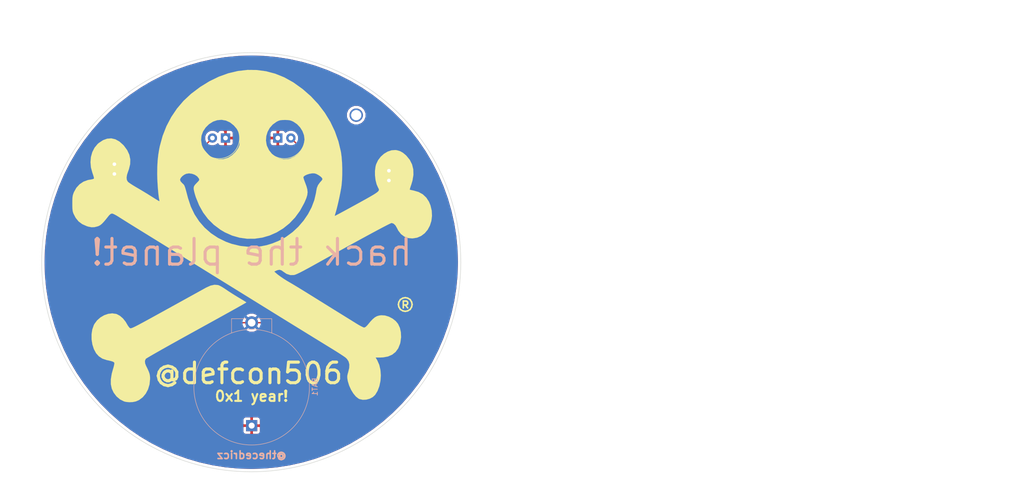
<source format=kicad_pcb>
(kicad_pcb (version 20171130) (host pcbnew "(5.0.0-3-g5ebb6b6)")

  (general
    (thickness 0.63)
    (drawings 6)
    (tracks 24)
    (zones 0)
    (modules 18)
    (nets 5)
  )

  (page A4)
  (title_block
    (title "dc506 anniversary badge")
    (date 2018-09-28)
    (rev beta)
    (company @defcon506)
    (comment 1 "design by cedric (@thecedricz)")
  )

  (layers
    (0 F.Cu signal)
    (31 B.Cu signal)
    (34 B.Paste user)
    (35 F.Paste user)
    (36 B.SilkS user)
    (37 F.SilkS user)
    (38 B.Mask user)
    (39 F.Mask user)
    (40 Dwgs.User user)
    (44 Edge.Cuts user)
    (45 Margin user)
    (46 B.CrtYd user)
    (47 F.CrtYd user)
    (48 B.Fab user)
    (49 F.Fab user)
  )

  (setup
    (last_trace_width 0.006)
    (trace_clearance 0.006)
    (zone_clearance 0.508)
    (zone_45_only no)
    (trace_min 0.006)
    (segment_width 0.2)
    (edge_width 0.1)
    (via_size 0.027)
    (via_drill 0.013)
    (via_min_size 0.02)
    (via_min_drill 0.01)
    (uvia_size 0.2)
    (uvia_drill 0.1)
    (uvias_allowed no)
    (uvia_min_size 0.2)
    (uvia_min_drill 0.1)
    (pcb_text_width 0.3)
    (pcb_text_size 1.5 1.5)
    (mod_edge_width 0.15)
    (mod_text_size 1 1)
    (mod_text_width 0.15)
    (pad_size 2.6 2.6)
    (pad_drill 1.99898)
    (pad_to_mask_clearance 0)
    (aux_axis_origin 0 0)
    (visible_elements FFFFFF7F)
    (pcbplotparams
      (layerselection 0x010fc_ffffffff)
      (usegerberextensions true)
      (usegerberattributes false)
      (usegerberadvancedattributes false)
      (creategerberjobfile false)
      (excludeedgelayer true)
      (linewidth 0.100000)
      (plotframeref false)
      (viasonmask false)
      (mode 1)
      (useauxorigin false)
      (hpglpennumber 1)
      (hpglpenspeed 20)
      (hpglpendiameter 15.000000)
      (psnegative false)
      (psa4output false)
      (plotreference true)
      (plotvalue true)
      (plotinvisibletext false)
      (padsonsilk false)
      (subtractmaskfromsilk true)
      (outputformat 1)
      (mirror false)
      (drillshape 0)
      (scaleselection 1)
      (outputdirectory "gerber/"))
  )

  (net 0 "")
  (net 1 GND)
  (net 2 "Net-(BAT1-Pad1)")
  (net 3 "Net-(D1-Pad2)")
  (net 4 "Net-(D2-Pad2)")

  (net_class Default "This is the default net class."
    (clearance 0.006)
    (trace_width 0.006)
    (via_dia 0.027)
    (via_drill 0.013)
    (uvia_dia 0.2)
    (uvia_drill 0.1)
    (add_net GND)
    (add_net "Net-(BAT1-Pad1)")
    (add_net "Net-(D1-Pad2)")
    (add_net "Net-(D2-Pad2)")
  )

  (module dc506:dc506_logo (layer F.Cu) (tedit 0) (tstamp 5BBBB024)
    (at 142.24 99.06)
    (fp_text reference G*** (at 0 0) (layer F.SilkS) hide
      (effects (font (size 1.524 1.524) (thickness 0.3)))
    )
    (fp_text value LOGO (at 0.75 0) (layer F.SilkS) hide
      (effects (font (size 1.524 1.524) (thickness 0.3)))
    )
  )

  (module dc506:dc506_logo (layer F.Cu) (tedit 0) (tstamp 5BBBB07F)
    (at 154.94 106.68)
    (fp_text reference G*** (at 0 0) (layer F.SilkS) hide
      (effects (font (size 1.524 1.524) (thickness 0.3)))
    )
    (fp_text value LOGO (at 0.75 0) (layer F.SilkS) hide
      (effects (font (size 1.524 1.524) (thickness 0.3)))
    )
  )

  (module digikey-footprints:Battery_Holder_Coin_2032_BS-7 (layer B.Cu) (tedit 5BAEBE4E) (tstamp 5BBB3FAF)
    (at 147.32 133.35 90)
    (descr http://www.memoryprotectiondevices.com/datasheets/BS-7-datasheet.pdf)
    (path /5B9AF1D3)
    (fp_text reference BAT1 (at 7.52856 12.3063 90) (layer B.SilkS)
      (effects (font (size 1 1) (thickness 0.15)) (justify mirror))
    )
    (fp_text value BS-7 (at 7.4676 -13.56 90) (layer B.Fab)
      (effects (font (size 1 1) (thickness 0.15)) (justify mirror))
    )
    (fp_line (start -3.9624 -11.43) (end 21.5138 -11.43) (layer B.CrtYd) (width 0.05))
    (fp_line (start -3.9624 11.43) (end 21.5138 11.43) (layer B.CrtYd) (width 0.05))
    (fp_line (start 21.5138 11.43) (end 21.5138 -11.43) (layer B.CrtYd) (width 0.05))
    (fp_line (start -3.9624 11.43) (end -3.9624 -11.43) (layer B.CrtYd) (width 0.05))
    (fp_line (start 20.7772 -3.9116) (end 20.7772 -1.0668) (layer B.SilkS) (width 0.1))
    (fp_line (start 20.7772 3.9116) (end 20.7772 1.0668) (layer B.SilkS) (width 0.1))
    (fp_line (start 18.034 -3.9116) (end 20.7772 -3.9116) (layer B.SilkS) (width 0.1))
    (fp_line (start 18.034 3.9116) (end 20.7772 3.9116) (layer B.SilkS) (width 0.1))
    (fp_line (start 20.6756 3.81) (end 20.6756 -3.81) (layer B.Fab) (width 0.1))
    (fp_line (start 17.9832 -3.81) (end 20.6756 -3.81) (layer B.Fab) (width 0.1))
    (fp_line (start 17.9832 3.81) (end 20.6756 3.81) (layer B.Fab) (width 0.1))
    (fp_text user %R (at 7.4676 0 90) (layer B.Fab)
      (effects (font (size 1 1) (thickness 0.15)) (justify mirror))
    )
    (fp_circle (center 7.4676 0) (end -3.7592 0) (layer B.SilkS) (width 0.1))
    (fp_circle (center 7.4676 0) (end -3.7084 0) (layer B.Fab) (width 0.1))
    (pad 2 thru_hole rect (at 0 0 90) (size 2.17 2.17) (drill 1.17) (layers *.Cu *.Mask)
      (net 1 GND))
    (pad 1 thru_hole circle (at 20 0 90) (size 2.5 2.5) (drill 1.5) (layers *.Cu *.Mask)
      (net 2 "Net-(BAT1-Pad1)"))
  )

  (module LED_THT:LED_D8.0mm (layer F.Cu) (tedit 587A3A7B) (tstamp 5BBB3FC0)
    (at 152.4 77.47)
    (descr "LED, diameter 8.0mm, 2 pins, http://cdn-reichelt.de/documents/datenblatt/A500/LED8MMGE_LED8MMGN_LED8MMRT%23KIN.pdf")
    (tags "LED diameter 8.0mm 2 pins")
    (path /5B9ADF14)
    (fp_text reference D1 (at 1.27 -5.56) (layer F.SilkS)
      (effects (font (size 1 1) (thickness 0.15)))
    )
    (fp_text value LED (at 1.27 5.56) (layer F.Fab)
      (effects (font (size 1 1) (thickness 0.15)))
    )
    (fp_arc (start 1.27 0) (end -2.73 -2.061553) (angle 305.5) (layer F.Fab) (width 0.1))
    (fp_arc (start 1.27 0) (end -2.79 -2.141145) (angle 152.2) (layer F.SilkS) (width 0.12))
    (fp_arc (start 1.27 0) (end -2.79 2.141145) (angle -152.2) (layer F.SilkS) (width 0.12))
    (fp_circle (center 1.27 0) (end 5.27 0) (layer F.Fab) (width 0.1))
    (fp_circle (center 1.27 0) (end 5.27 0) (layer F.SilkS) (width 0.12))
    (fp_line (start -2.73 -2.061553) (end -2.73 2.061553) (layer F.Fab) (width 0.1))
    (fp_line (start -2.79 -2.142) (end -2.79 2.142) (layer F.SilkS) (width 0.12))
    (fp_line (start -3.55 -4.85) (end -3.55 4.85) (layer F.CrtYd) (width 0.05))
    (fp_line (start -3.55 4.85) (end 6.1 4.85) (layer F.CrtYd) (width 0.05))
    (fp_line (start 6.1 4.85) (end 6.1 -4.85) (layer F.CrtYd) (width 0.05))
    (fp_line (start 6.1 -4.85) (end -3.55 -4.85) (layer F.CrtYd) (width 0.05))
    (pad 1 thru_hole rect (at 0 0) (size 1.8 1.8) (drill 0.9) (layers *.Cu *.Mask)
      (net 1 GND))
    (pad 2 thru_hole circle (at 2.54 0) (size 1.8 1.8) (drill 0.9) (layers *.Cu *.Mask)
      (net 3 "Net-(D1-Pad2)"))
    (model ${KISYS3DMOD}/LED_THT.3dshapes/LED_D8.0mm.wrl
      (at (xyz 0 0 0))
      (scale (xyz 1 1 1))
      (rotate (xyz 0 0 0))
    )
  )

  (module LED_THT:LED_D8.0mm (layer F.Cu) (tedit 587A3A7B) (tstamp 5BBB3FD1)
    (at 142.24 77.47 180)
    (descr "LED, diameter 8.0mm, 2 pins, http://cdn-reichelt.de/documents/datenblatt/A500/LED8MMGE_LED8MMGN_LED8MMRT%23KIN.pdf")
    (tags "LED diameter 8.0mm 2 pins")
    (path /5B9ADF6E)
    (fp_text reference D2 (at 1.27 -5.56 180) (layer F.SilkS)
      (effects (font (size 1 1) (thickness 0.15)))
    )
    (fp_text value LED (at 1.27 5.56 180) (layer F.Fab)
      (effects (font (size 1 1) (thickness 0.15)))
    )
    (fp_line (start 6.1 -4.85) (end -3.55 -4.85) (layer F.CrtYd) (width 0.05))
    (fp_line (start 6.1 4.85) (end 6.1 -4.85) (layer F.CrtYd) (width 0.05))
    (fp_line (start -3.55 4.85) (end 6.1 4.85) (layer F.CrtYd) (width 0.05))
    (fp_line (start -3.55 -4.85) (end -3.55 4.85) (layer F.CrtYd) (width 0.05))
    (fp_line (start -2.79 -2.142) (end -2.79 2.142) (layer F.SilkS) (width 0.12))
    (fp_line (start -2.73 -2.061553) (end -2.73 2.061553) (layer F.Fab) (width 0.1))
    (fp_circle (center 1.27 0) (end 5.27 0) (layer F.SilkS) (width 0.12))
    (fp_circle (center 1.27 0) (end 5.27 0) (layer F.Fab) (width 0.1))
    (fp_arc (start 1.27 0) (end -2.79 2.141145) (angle -152.2) (layer F.SilkS) (width 0.12))
    (fp_arc (start 1.27 0) (end -2.79 -2.141145) (angle 152.2) (layer F.SilkS) (width 0.12))
    (fp_arc (start 1.27 0) (end -2.73 -2.061553) (angle 305.5) (layer F.Fab) (width 0.1))
    (pad 2 thru_hole circle (at 2.54 0 180) (size 1.8 1.8) (drill 0.9) (layers *.Cu *.Mask)
      (net 4 "Net-(D2-Pad2)"))
    (pad 1 thru_hole rect (at 0 0 180) (size 1.8 1.8) (drill 0.9) (layers *.Cu *.Mask)
      (net 1 GND))
    (model ${KISYS3DMOD}/LED_THT.3dshapes/LED_D8.0mm.wrl
      (at (xyz 0 0 0))
      (scale (xyz 1 1 1))
      (rotate (xyz 0 0 0))
    )
  )

  (module Resistor_THT:R_Axial_DIN0204_L3.6mm_D1.6mm_P1.90mm_Vertical (layer F.Cu) (tedit 5AE5139B) (tstamp 5BBB3FDF)
    (at 120.65 82.55 270)
    (descr "Resistor, Axial_DIN0204 series, Axial, Vertical, pin pitch=1.9mm, 0.167W, length*diameter=3.6*1.6mm^2, http://cdn-reichelt.de/documents/datenblatt/B400/1_4W%23YAG.pdf")
    (tags "Resistor Axial_DIN0204 series Axial Vertical pin pitch 1.9mm 0.167W length 3.6mm diameter 1.6mm")
    (path /5B9ADE75)
    (fp_text reference R1 (at 0.95 -1.92 270) (layer F.SilkS)
      (effects (font (size 1 1) (thickness 0.15)))
    )
    (fp_text value 1KΩ (at 0.95 1.92 270) (layer F.Fab)
      (effects (font (size 1 1) (thickness 0.15)))
    )
    (fp_text user %R (at 0.95 -1.92 270) (layer F.Fab)
      (effects (font (size 1 1) (thickness 0.15)))
    )
    (fp_line (start 2.86 -1.05) (end -1.05 -1.05) (layer F.CrtYd) (width 0.05))
    (fp_line (start 2.86 1.05) (end 2.86 -1.05) (layer F.CrtYd) (width 0.05))
    (fp_line (start -1.05 1.05) (end 2.86 1.05) (layer F.CrtYd) (width 0.05))
    (fp_line (start -1.05 -1.05) (end -1.05 1.05) (layer F.CrtYd) (width 0.05))
    (fp_line (start 0 0) (end 1.9 0) (layer F.Fab) (width 0.1))
    (fp_circle (center 0 0) (end 0.8 0) (layer F.Fab) (width 0.1))
    (fp_arc (start 0 0) (end 0.417133 -0.7) (angle -233.92106) (layer F.SilkS) (width 0.12))
    (pad 2 thru_hole oval (at 1.9 0 270) (size 1.4 1.4) (drill 0.7) (layers *.Cu *.Mask)
      (net 2 "Net-(BAT1-Pad1)"))
    (pad 1 thru_hole circle (at 0 0 270) (size 1.4 1.4) (drill 0.7) (layers *.Cu *.Mask)
      (net 4 "Net-(D2-Pad2)"))
    (model ${KISYS3DMOD}/Resistor_THT.3dshapes/R_Axial_DIN0204_L3.6mm_D1.6mm_P1.90mm_Vertical.wrl
      (at (xyz 0 0 0))
      (scale (xyz 1 1 1))
      (rotate (xyz 0 0 0))
    )
  )

  (module Resistor_THT:R_Axial_DIN0204_L3.6mm_D1.6mm_P1.90mm_Vertical (layer F.Cu) (tedit 5AE5139B) (tstamp 5BBB3FED)
    (at 173.99 83.82 270)
    (descr "Resistor, Axial_DIN0204 series, Axial, Vertical, pin pitch=1.9mm, 0.167W, length*diameter=3.6*1.6mm^2, http://cdn-reichelt.de/documents/datenblatt/B400/1_4W%23YAG.pdf")
    (tags "Resistor Axial_DIN0204 series Axial Vertical pin pitch 1.9mm 0.167W length 3.6mm diameter 1.6mm")
    (path /5B9ADDE6)
    (fp_text reference R2 (at 0.95 -1.92 270) (layer F.SilkS)
      (effects (font (size 1 1) (thickness 0.15)))
    )
    (fp_text value 1KΩ (at 0.95 1.92 270) (layer F.Fab)
      (effects (font (size 1 1) (thickness 0.15)))
    )
    (fp_arc (start 0 0) (end 0.417133 -0.7) (angle -233.92106) (layer F.SilkS) (width 0.12))
    (fp_circle (center 0 0) (end 0.8 0) (layer F.Fab) (width 0.1))
    (fp_line (start 0 0) (end 1.9 0) (layer F.Fab) (width 0.1))
    (fp_line (start -1.05 -1.05) (end -1.05 1.05) (layer F.CrtYd) (width 0.05))
    (fp_line (start -1.05 1.05) (end 2.86 1.05) (layer F.CrtYd) (width 0.05))
    (fp_line (start 2.86 1.05) (end 2.86 -1.05) (layer F.CrtYd) (width 0.05))
    (fp_line (start 2.86 -1.05) (end -1.05 -1.05) (layer F.CrtYd) (width 0.05))
    (fp_text user %R (at 0.95 -1.92 270) (layer F.Fab)
      (effects (font (size 1 1) (thickness 0.15)))
    )
    (pad 1 thru_hole circle (at 0 0 270) (size 1.4 1.4) (drill 0.7) (layers *.Cu *.Mask)
      (net 3 "Net-(D1-Pad2)"))
    (pad 2 thru_hole oval (at 1.9 0 270) (size 1.4 1.4) (drill 0.7) (layers *.Cu *.Mask)
      (net 2 "Net-(BAT1-Pad1)"))
    (model ${KISYS3DMOD}/Resistor_THT.3dshapes/R_Axial_DIN0204_L3.6mm_D1.6mm_P1.90mm_Vertical.wrl
      (at (xyz 0 0 0))
      (scale (xyz 1 1 1))
      (rotate (xyz 0 0 0))
    )
  )

  (module dc506:dclogo (layer F.Cu) (tedit 0) (tstamp 5BBBAFA3)
    (at 148.59 97.79)
    (fp_text reference G*** (at 0 0) (layer F.SilkS) hide
      (effects (font (size 1.524 1.524) (thickness 0.3)))
    )
    (fp_text value LOGO (at 0.75 0) (layer F.SilkS) hide
      (effects (font (size 1.524 1.524) (thickness 0.3)))
    )
  )

  (module dc506:dc506_logo (layer F.Cu) (tedit 0) (tstamp 5BBBB0DE)
    (at 163.83 95.25)
    (fp_text reference G*** (at 0 0) (layer F.SilkS) hide
      (effects (font (size 1.524 1.524) (thickness 0.3)))
    )
    (fp_text value LOGO (at 0.75 0) (layer F.SilkS) hide
      (effects (font (size 1.524 1.524) (thickness 0.3)))
    )
  )

  (module dc506:dc506_logo (layer F.Cu) (tedit 0) (tstamp 5BBBB0FA)
    (at 290.83 60.96)
    (fp_text reference G*** (at 0 0) (layer F.SilkS) hide
      (effects (font (size 1.524 1.524) (thickness 0.3)))
    )
    (fp_text value LOGO (at 0.75 0) (layer F.SilkS) hide
      (effects (font (size 1.524 1.524) (thickness 0.3)))
    )
  )

  (module dc506:dc506_logo (layer F.Cu) (tedit 0) (tstamp 5BC81AF8)
    (at 142.24 100.33)
    (fp_text reference G*** (at 0 0) (layer F.SilkS) hide
      (effects (font (size 1.524 1.524) (thickness 0.3)))
    )
    (fp_text value LOGO (at 0.75 0) (layer F.SilkS) hide
      (effects (font (size 1.524 1.524) (thickness 0.3)))
    )
  )

  (module dc506:dc506_logo (layer F.Cu) (tedit 0) (tstamp 5BC81B14)
    (at 293.37 59.69)
    (fp_text reference G*** (at 0 0) (layer F.SilkS) hide
      (effects (font (size 1.524 1.524) (thickness 0.3)))
    )
    (fp_text value LOGO (at 0.75 0) (layer F.SilkS) hide
      (effects (font (size 1.524 1.524) (thickness 0.3)))
    )
  )

  (module dc506:dc506_logo (layer F.Cu) (tedit 0) (tstamp 5BC81B30)
    (at 219.71 60.96)
    (fp_text reference G*** (at 0 0) (layer F.SilkS) hide
      (effects (font (size 1.524 1.524) (thickness 0.3)))
    )
    (fp_text value LOGO (at 0.75 0) (layer F.SilkS) hide
      (effects (font (size 1.524 1.524) (thickness 0.3)))
    )
  )

  (module dc506:dc506_logo (layer F.Cu) (tedit 0) (tstamp 5BE0390B)
    (at 154.94 96.52)
    (fp_text reference G*** (at 0 0) (layer F.SilkS) hide
      (effects (font (size 1.524 1.524) (thickness 0.3)))
    )
    (fp_text value LOGO (at 0.75 0) (layer F.SilkS) hide
      (effects (font (size 1.524 1.524) (thickness 0.3)))
    )
  )

  (module dc506:dc506_logo (layer F.Cu) (tedit 0) (tstamp 5BE03927)
    (at 205.74 52.07)
    (fp_text reference G*** (at 0 0) (layer F.SilkS) hide
      (effects (font (size 1.524 1.524) (thickness 0.3)))
    )
    (fp_text value LOGO (at 0.75 0) (layer F.SilkS) hide
      (effects (font (size 1.524 1.524) (thickness 0.3)))
    )
  )

  (module dc506:dc506_logo (layer F.Cu) (tedit 0) (tstamp 5BE03949)
    (at 148.59 102.87)
    (fp_text reference G*** (at 0 0) (layer F.SilkS) hide
      (effects (font (size 1.524 1.524) (thickness 0.3)))
    )
    (fp_text value LOGO (at 0.75 0) (layer F.SilkS) hide
      (effects (font (size 1.524 1.524) (thickness 0.3)))
    )
  )

  (module dc506:dc506_logo (layer F.Cu) (tedit 0) (tstamp 5BE03A01)
    (at 147.32 96.52)
    (fp_text reference G*** (at 0 0) (layer F.SilkS) hide
      (effects (font (size 1.524 1.524) (thickness 0.3)))
    )
    (fp_text value LOGO (at 0.75 0) (layer F.SilkS) hide
      (effects (font (size 1.524 1.524) (thickness 0.3)))
    )
    (fp_poly (pts (xy 1.001514 -32.264076) (xy 2.81291 -32.019609) (xy 4.592602 -31.545946) (xy 6.331008 -30.84204)
      (xy 8.018546 -29.906847) (xy 8.155406 -29.8192) (xy 9.916824 -28.555004) (xy 11.517956 -27.150248)
      (xy 12.951269 -25.616009) (xy 14.20923 -23.96336) (xy 15.284305 -22.203376) (xy 16.168963 -20.347133)
      (xy 16.85567 -18.405705) (xy 17.336893 -16.390167) (xy 17.353999 -16.295644) (xy 17.478237 -15.379937)
      (xy 17.561452 -14.299293) (xy 17.60244 -13.126718) (xy 17.599996 -11.935215) (xy 17.552915 -10.79779)
      (xy 17.461212 -9.797143) (xy 17.37468 -9.228899) (xy 17.241407 -8.502033) (xy 17.075008 -7.678615)
      (xy 16.889103 -6.820715) (xy 16.697309 -5.990402) (xy 16.513243 -5.249744) (xy 16.350524 -4.660812)
      (xy 16.296103 -4.486609) (xy 16.1996 -4.165578) (xy 16.153351 -3.955874) (xy 16.155047 -3.916536)
      (xy 16.257586 -3.961187) (xy 16.536879 -4.103979) (xy 16.972547 -4.333961) (xy 17.544209 -4.640183)
      (xy 18.231484 -5.011695) (xy 19.013993 -5.437544) (xy 19.871356 -5.90678) (xy 20.410805 -6.20326)
      (xy 21.477004 -6.790927) (xy 22.360991 -7.281962) (xy 23.07809 -7.687949) (xy 23.643625 -8.020475)
      (xy 24.072919 -8.291122) (xy 24.381298 -8.511477) (xy 24.584086 -8.693124) (xy 24.696605 -8.847647)
      (xy 24.734182 -8.986631) (xy 24.712139 -9.121661) (xy 24.645802 -9.264321) (xy 24.589022 -9.361895)
      (xy 24.285254 -10.043568) (xy 24.075493 -10.874521) (xy 23.966118 -11.781981) (xy 23.963511 -12.693176)
      (xy 24.074051 -13.535333) (xy 24.187001 -13.947459) (xy 24.557324 -14.73225) (xy 25.08015 -15.422391)
      (xy 25.717205 -15.991984) (xy 26.430215 -16.41513) (xy 27.180905 -16.66593) (xy 27.931002 -16.718484)
      (xy 28.222502 -16.678154) (xy 28.837726 -16.494909) (xy 29.388089 -16.19155) (xy 29.947551 -15.724948)
      (xy 30.080681 -15.594622) (xy 30.726297 -14.800335) (xy 31.167388 -13.917885) (xy 31.402974 -12.953019)
      (xy 31.432078 -11.911484) (xy 31.253721 -10.799027) (xy 31.026302 -10.041267) (xy 30.875127 -9.596398)
      (xy 30.76663 -9.246762) (xy 30.716904 -9.045689) (xy 30.717562 -9.01822) (xy 30.837956 -8.980267)
      (xy 31.114411 -8.917374) (xy 31.455454 -8.849274) (xy 32.434059 -8.563876) (xy 33.258784 -8.105439)
      (xy 33.932087 -7.471802) (xy 34.456424 -6.660806) (xy 34.746453 -5.955797) (xy 34.987689 -4.933907)
      (xy 35.041133 -3.920859) (xy 34.919104 -2.946151) (xy 34.63392 -2.039284) (xy 34.197901 -1.229755)
      (xy 33.623366 -0.547064) (xy 32.922632 -0.02071) (xy 32.128032 0.314259) (xy 31.238851 0.457973)
      (xy 30.41075 0.383048) (xy 29.663656 0.098981) (xy 29.017493 -0.384732) (xy 28.492184 -1.058594)
      (xy 28.250243 -1.533958) (xy 27.952321 -2.058928) (xy 27.598787 -2.403826) (xy 27.220823 -2.539113)
      (xy 27.188252 -2.54) (xy 27.035494 -2.485478) (xy 26.695693 -2.325277) (xy 26.178178 -2.064445)
      (xy 25.492278 -1.708033) (xy 24.647322 -1.261088) (xy 23.65264 -0.728661) (xy 22.517561 -0.115799)
      (xy 21.251415 0.572448) (xy 19.86353 1.331031) (xy 18.363236 2.154901) (xy 16.759863 3.03901)
      (xy 15.062739 3.978308) (xy 13.281195 4.967746) (xy 12.092608 5.629652) (xy 11.031551 6.215702)
      (xy 10.152334 6.689077) (xy 9.444055 7.055242) (xy 8.895816 7.319663) (xy 8.496717 7.487804)
      (xy 8.235857 7.565129) (xy 8.230167 7.566085) (xy 7.484336 7.569933) (xy 6.772417 7.336954)
      (xy 6.193833 6.947236) (xy 5.785782 6.654167) (xy 5.424942 6.547069) (xy 5.0331 6.612797)
      (xy 4.790229 6.711324) (xy 4.397118 6.891219) (xy 4.71095 7.179114) (xy 5.109008 7.508421)
      (xy 5.64441 7.901627) (xy 6.255843 8.316905) (xy 6.881996 8.712426) (xy 7.394298 9.009717)
      (xy 7.695044 9.182215) (xy 8.156579 9.45621) (xy 8.748044 9.812946) (xy 9.438582 10.233667)
      (xy 10.197335 10.699617) (xy 10.993445 11.192042) (xy 11.36995 11.426174) (xy 12.266145 11.984095)
      (xy 13.221959 12.578474) (xy 14.188256 13.178798) (xy 15.115897 13.754556) (xy 15.955743 14.275236)
      (xy 16.658657 14.710326) (xy 16.730869 14.754964) (xy 17.467509 15.210639) (xy 18.235072 15.686139)
      (xy 18.98014 16.148325) (xy 19.649297 16.564056) (xy 20.189124 16.900191) (xy 20.268966 16.950016)
      (xy 20.774938 17.25445) (xy 21.232482 17.508706) (xy 21.598171 17.690134) (xy 21.828577 17.776084)
      (xy 21.860296 17.78) (xy 22.130259 17.671183) (xy 22.457455 17.357738) (xy 22.518721 17.283239)
      (xy 23.066792 16.621946) (xy 23.527817 16.133904) (xy 23.939157 15.792483) (xy 24.338172 15.571052)
      (xy 24.762224 15.442981) (xy 25.17913 15.386898) (xy 25.906668 15.431689) (xy 26.661814 15.658583)
      (xy 27.382678 16.035833) (xy 28.007371 16.531692) (xy 28.440459 17.059821) (xy 28.79841 17.826561)
      (xy 28.997722 18.715645) (xy 29.033262 19.675492) (xy 28.899897 20.654518) (xy 28.82675 20.942259)
      (xy 28.477874 21.808982) (xy 27.971439 22.50784) (xy 27.31113 23.036285) (xy 26.500636 23.391765)
      (xy 25.543645 23.57173) (xy 24.990697 23.595105) (xy 24.084438 23.593988) (xy 24.415356 24.164375)
      (xy 24.795837 25.0309) (xy 25.022729 26.015669) (xy 25.099258 27.066575) (xy 25.028651 28.131509)
      (xy 24.814134 29.158365) (xy 24.458935 30.095034) (xy 24.001748 30.84399) (xy 23.535629 31.282261)
      (xy 22.938586 31.598741) (xy 22.272703 31.779628) (xy 21.600063 31.81112) (xy 20.982748 31.679414)
      (xy 20.747009 31.567573) (xy 20.242154 31.165333) (xy 19.752941 30.575924) (xy 19.310875 29.853456)
      (xy 18.94746 29.052042) (xy 18.6942 28.225791) (xy 18.638235 27.945606) (xy 18.579656 27.516459)
      (xy 18.58297 27.172114) (xy 18.657208 26.798644) (xy 18.75605 26.459402) (xy 18.952484 25.640601)
      (xy 18.984548 24.960074) (xy 18.847022 24.388358) (xy 18.534683 23.895988) (xy 18.252672 23.619109)
      (xy 18.043248 23.463734) (xy 17.67146 23.211792) (xy 17.168429 22.883383) (xy 16.565275 22.498609)
      (xy 15.893119 22.07757) (xy 15.295217 21.708904) (xy 14.421274 21.173295) (xy 13.387847 20.538769)
      (xy 12.227694 19.825513) (xy 10.973575 19.053713) (xy 9.658248 18.243556) (xy 8.314472 17.415231)
      (xy 6.975005 16.588924) (xy 5.672605 15.784823) (xy 4.440033 15.023114) (xy 3.310045 14.323985)
      (xy 3.036956 14.154868) (xy 2.242261 13.66275) (xy 1.332682 13.099693) (xy 0.385694 12.513643)
      (xy -0.521232 11.952545) (xy -1.214783 11.523603) (xy -3.018437 10.408257) (xy -4.695371 9.371101)
      (xy -6.287084 8.386451) (xy -7.835073 7.428627) (xy -9.380838 6.471944) (xy -10.965875 5.490721)
      (xy -12.631683 4.459275) (xy -14.419761 3.351925) (xy -15.736957 2.536092) (xy -16.630418 1.983002)
      (xy -17.654374 1.349659) (xy -18.746805 0.674388) (xy -19.845693 -0.004482) (xy -20.889019 -0.648626)
      (xy -21.700435 -1.149222) (xy -22.511204 -1.650295) (xy -23.310524 -2.146318) (xy -24.064439 -2.616072)
      (xy -24.738993 -3.038335) (xy -25.30023 -3.391885) (xy -25.714195 -3.655504) (xy -25.814463 -3.720293)
      (xy -26.265441 -3.995977) (xy -26.676125 -4.215776) (xy -26.992766 -4.352599) (xy -27.132374 -4.384524)
      (xy -27.395491 -4.304396) (xy -27.68628 -4.043864) (xy -27.82226 -3.878933) (xy -28.337099 -3.23004)
      (xy -28.748146 -2.745183) (xy -29.085383 -2.39591) (xy -29.378788 -2.153768) (xy -29.658343 -1.990302)
      (xy -29.920262 -1.887782) (xy -30.534713 -1.734498) (xy -31.094636 -1.712425) (xy -31.69445 -1.823543)
      (xy -32.046748 -1.932344) (xy -32.922524 -2.321628) (xy -33.629581 -2.850049) (xy -34.193381 -3.54147)
      (xy -34.60072 -4.326064) (xy -34.707667 -4.613737) (xy -34.777892 -4.911405) (xy -34.818491 -5.279206)
      (xy -34.836558 -5.77728) (xy -34.839496 -6.35) (xy -34.834193 -6.986667) (xy -34.814762 -7.446721)
      (xy -34.771784 -7.795396) (xy -34.69584 -8.097929) (xy -34.577511 -8.419557) (xy -34.520844 -8.557076)
      (xy -34.058099 -9.383029) (xy -33.435351 -10.060723) (xy -32.680706 -10.568673) (xy -31.822271 -10.885395)
      (xy -31.371701 -10.964335) (xy -31.004356 -11.02649) (xy -30.735398 -11.109651) (xy -30.631354 -11.18529)
      (xy -30.648202 -11.35571) (xy -30.736207 -11.686952) (xy -30.878312 -12.118067) (xy -30.939337 -12.285736)
      (xy -31.222235 -13.318298) (xy -31.315562 -14.356041) (xy -31.226616 -15.364909) (xy -30.962693 -16.310845)
      (xy -30.53109 -17.159793) (xy -29.939103 -17.877695) (xy -29.695426 -18.091652) (xy -28.876998 -18.629383)
      (xy -28.063343 -18.925766) (xy -27.259416 -18.981359) (xy -26.47017 -18.796719) (xy -25.700559 -18.372404)
      (xy -24.955536 -17.708971) (xy -24.804489 -17.541413) (xy -24.178152 -16.685934) (xy -23.771027 -15.806436)
      (xy -23.582077 -14.897019) (xy -23.610264 -13.951779) (xy -23.854551 -12.964814) (xy -23.953591 -12.7)
      (xy -24.20523 -11.95981) (xy -24.303988 -11.370226) (xy -24.251014 -10.908478) (xy -24.06125 -10.567557)
      (xy -23.875915 -10.408698) (xy -23.536042 -10.169633) (xy -23.084505 -9.878652) (xy -22.564177 -9.564041)
      (xy -22.367488 -9.449993) (xy -21.693738 -9.05665) (xy -20.924637 -8.596184) (xy -20.154414 -8.125594)
      (xy -19.477296 -7.701881) (xy -19.470214 -7.697373) (xy -18.961848 -7.376569) (xy -18.521592 -7.104134)
      (xy -18.184276 -6.901201) (xy -17.984729 -6.788901) (xy -17.947188 -6.773334) (xy -17.913619 -6.867851)
      (xy -17.933809 -6.985) (xy -18.013195 -7.380587) (xy -18.092718 -7.966801) (xy -18.168263 -8.692407)
      (xy -18.235712 -9.506172) (xy -18.290948 -10.356863) (xy -18.318045 -10.939361) (xy -13.914783 -10.939361)
      (xy -13.809871 -10.640401) (xy -13.501468 -10.291823) (xy -13.469822 -10.263574) (xy -13.32344 -10.134706)
      (xy -13.207971 -10.018442) (xy -13.110906 -9.881942) (xy -13.019734 -9.69237) (xy -12.921945 -9.416888)
      (xy -12.805028 -9.022658) (xy -12.656472 -8.476843) (xy -12.463768 -7.746605) (xy -12.358992 -7.347858)
      (xy -11.82008 -5.721209) (xy -11.095699 -4.218844) (xy -10.194648 -2.849949) (xy -9.125726 -1.623713)
      (xy -7.897733 -0.549324) (xy -6.519468 0.36403) (xy -4.999731 1.107161) (xy -3.868979 1.517209)
      (xy -2.228197 1.912755) (xy -0.520033 2.092462) (xy 1.217566 2.053115) (xy 1.766956 1.994583)
      (xy 2.870893 1.779411) (xy 4.050971 1.417231) (xy 5.231328 0.936542) (xy 6.336104 0.365844)
      (xy 6.711434 0.136999) (xy 7.95292 -0.770448) (xy 9.085867 -1.824734) (xy 10.092338 -2.998806)
      (xy 10.954397 -4.265613) (xy 11.654108 -5.598103) (xy 12.173535 -6.969224) (xy 12.494742 -8.351923)
      (xy 12.53618 -8.648096) (xy 12.668757 -9.347186) (xy 12.896348 -9.903416) (xy 13.259395 -10.408333)
      (xy 13.366078 -10.526582) (xy 13.619946 -10.811318) (xy 13.735495 -10.995771) (xy 13.737728 -11.142511)
      (xy 13.669006 -11.284668) (xy 13.488313 -11.484121) (xy 13.182393 -11.72315) (xy 12.913653 -11.893228)
      (xy 12.519471 -12.094383) (xy 12.193254 -12.184034) (xy 11.821569 -12.188688) (xy 11.693562 -12.178339)
      (xy 11.225551 -12.098334) (xy 10.776268 -11.958749) (xy 10.396644 -11.782867) (xy 10.137607 -11.593967)
      (xy 10.049565 -11.426837) (xy 10.092132 -11.223021) (xy 10.204172 -10.872669) (xy 10.362193 -10.448679)
      (xy 10.375747 -10.414687) (xy 10.651061 -9.676297) (xy 10.816313 -9.064443) (xy 10.868777 -8.517884)
      (xy 10.805724 -7.975377) (xy 10.624428 -7.375683) (xy 10.32216 -6.657559) (xy 10.196316 -6.3861)
      (xy 9.386777 -4.914627) (xy 8.428893 -3.605621) (xy 7.341206 -2.464943) (xy 6.142254 -1.498453)
      (xy 4.85058 -0.712013) (xy 3.484722 -0.111484) (xy 2.063222 0.297274) (xy 0.604618 0.508399)
      (xy -0.872547 0.516031) (xy -2.349734 0.314308) (xy -3.808403 -0.10263) (xy -5.230014 -0.740644)
      (xy -6.073913 -1.242753) (xy -7.361787 -2.209782) (xy -8.47302 -3.312654) (xy -9.418493 -4.565715)
      (xy -10.209089 -5.983311) (xy -10.834949 -7.51952) (xy -11.015253 -8.084611) (xy -11.157982 -8.616631)
      (xy -11.245454 -9.044694) (xy -11.264348 -9.240888) (xy -11.245157 -9.517923) (xy -11.162923 -9.746704)
      (xy -10.980655 -9.99544) (xy -10.68588 -10.307567) (xy -10.387823 -10.615418) (xy -10.228047 -10.815749)
      (xy -10.181596 -10.963996) (xy -10.223517 -11.115594) (xy -10.275052 -11.220198) (xy -10.587162 -11.607446)
      (xy -11.050168 -11.912588) (xy -11.600799 -12.11265) (xy -12.175783 -12.184659) (xy -12.711846 -12.105641)
      (xy -12.712823 -12.105321) (xy -13.114861 -11.912345) (xy -13.483634 -11.63107) (xy -13.765664 -11.313371)
      (xy -13.907473 -11.011124) (xy -13.914783 -10.939361) (xy -18.318045 -10.939361) (xy -18.329856 -11.193245)
      (xy -18.348319 -11.964086) (xy -18.349265 -12.155715) (xy -18.329397 -13.493192) (xy -18.264811 -14.667575)
      (xy -18.148257 -15.754169) (xy -17.972483 -16.828279) (xy -17.834307 -17.503917) (xy -17.518289 -18.654894)
      (xy -9.826941 -18.654894) (xy -9.693158 -17.758805) (xy -9.644546 -17.58988) (xy -9.46054 -17.156296)
      (xy -9.155934 -16.695315) (xy -8.728115 -16.189254) (xy -8.325102 -15.767792) (xy -7.992681 -15.483352)
      (xy -7.66193 -15.285422) (xy -7.283352 -15.130389) (xy -6.386131 -14.927991) (xy -5.493771 -14.953066)
      (xy -4.642918 -15.203749) (xy -4.498091 -15.272142) (xy -3.801272 -15.723375) (xy -3.174426 -16.321208)
      (xy -2.682289 -17.000197) (xy -2.560508 -17.230859) (xy -2.396221 -17.626314) (xy -2.306791 -18.008922)
      (xy -2.272341 -18.482278) (xy -2.271294 -18.579328) (xy 2.778251 -18.579328) (xy 2.910538 -17.723968)
      (xy 2.971652 -17.528498) (xy 3.375019 -16.682286) (xy 3.934283 -15.980325) (xy 4.61729 -15.439992)
      (xy 5.391883 -15.078662) (xy 6.225908 -14.913712) (xy 7.08721 -14.962517) (xy 7.517129 -15.072212)
      (xy 8.329489 -15.445902) (xy 9.030971 -15.986179) (xy 9.597778 -16.660757) (xy 10.006113 -17.437348)
      (xy 10.23218 -18.283666) (xy 10.270434 -18.807785) (xy 10.165581 -19.609377) (xy 9.86996 -20.395897)
      (xy 9.411976 -21.122362) (xy 8.820035 -21.743788) (xy 8.122543 -22.215191) (xy 8.116956 -22.218061)
      (xy 7.749807 -22.389874) (xy 7.421088 -22.492474) (xy 7.048595 -22.54271) (xy 6.550124 -22.557432)
      (xy 6.460434 -22.557619) (xy 5.949758 -22.548343) (xy 5.581069 -22.509128) (xy 5.275799 -22.4229)
      (xy 4.955379 -22.272582) (xy 4.826686 -22.202543) (xy 4.102412 -21.682788) (xy 3.521413 -21.025266)
      (xy 3.097707 -20.2653) (xy 2.845313 -19.438213) (xy 2.778251 -18.579328) (xy -2.271294 -18.579328)
      (xy -2.269478 -18.747619) (xy -2.332285 -19.531846) (xy -2.536549 -20.214868) (xy -2.906037 -20.850923)
      (xy -3.464518 -21.494247) (xy -3.479822 -21.509606) (xy -4.206213 -22.085134) (xy -4.998872 -22.444278)
      (xy -5.829265 -22.589148) (xy -6.668859 -22.521848) (xy -7.489123 -22.244486) (xy -8.261521 -21.75917)
      (xy -8.924853 -21.107568) (xy -9.441729 -20.334454) (xy -9.742779 -19.51517) (xy -9.826941 -18.654894)
      (xy -17.518289 -18.654894) (xy -17.292175 -19.478424) (xy -16.550389 -21.360027) (xy -15.618883 -23.132134)
      (xy -14.507595 -24.778152) (xy -13.226461 -26.281486) (xy -11.785418 -27.625544) (xy -11.76109 -27.645685)
      (xy -9.996059 -28.976314) (xy -8.195659 -30.085065) (xy -6.369472 -30.970895) (xy -4.527079 -31.632756)
      (xy -2.678062 -32.069604) (xy -0.832004 -32.280393) (xy 1.001514 -32.264076)) (layer F.SilkS) (width 0.01))
    (fp_poly (pts (xy -6.544031 9.516185) (xy -6.455406 9.540199) (xy -6.172003 9.662202) (xy -5.768977 9.884345)
      (xy -5.30916 10.170442) (xy -5.015125 10.369669) (xy -4.540886 10.690916) (xy -3.940919 11.08012)
      (xy -3.285073 11.492828) (xy -2.643195 11.884588) (xy -2.508439 11.964947) (xy -1.993217 12.272999)
      (xy -1.556785 12.538454) (xy -1.231403 12.741324) (xy -1.049331 12.861622) (xy -1.022199 12.88578)
      (xy -1.141995 12.962843) (xy -1.427081 13.129845) (xy -1.880727 13.388608) (xy -2.506203 13.740953)
      (xy -3.306781 14.1887) (xy -4.285731 14.733671) (xy -5.446322 15.377687) (xy -6.791826 16.122569)
      (xy -8.325513 16.970137) (xy -10.050654 17.922213) (xy -11.761305 18.865327) (xy -13.052241 19.578275)
      (xy -14.288923 20.264222) (xy -15.456763 20.914903) (xy -16.541172 21.522057) (xy -17.527563 22.077417)
      (xy -18.401346 22.572722) (xy -19.147936 22.999707) (xy -19.752742 23.350109) (xy -20.201178 23.615663)
      (xy -20.478656 23.788107) (xy -20.568479 23.854351) (xy -20.735147 24.238264) (xy -20.706734 24.714711)
      (xy -20.539352 25.158095) (xy -20.220114 25.809114) (xy -19.997435 26.307522) (xy -19.854721 26.708454)
      (xy -19.775377 27.067045) (xy -19.74281 27.438433) (xy -19.739616 27.815267) (xy -19.847146 28.838538)
      (xy -20.133518 29.78398) (xy -20.579405 30.621226) (xy -21.165475 31.319907) (xy -21.872401 31.849655)
      (xy -22.480312 32.121161) (xy -23.06993 32.245152) (xy -23.743382 32.279196) (xy -24.394717 32.223071)
      (xy -24.792609 32.125981) (xy -25.570773 31.736224) (xy -26.258228 31.152814) (xy -26.814807 30.417581)
      (xy -27.176779 29.64293) (xy -27.355581 28.797097) (xy -27.357418 27.824069) (xy -27.183234 26.740003)
      (xy -26.960147 25.933319) (xy -26.814658 25.437269) (xy -26.714134 25.011767) (xy -26.671809 24.717772)
      (xy -26.678142 24.634186) (xy -26.767857 24.509921) (xy -26.963737 24.398126) (xy -27.296993 24.287559)
      (xy -27.798835 24.166979) (xy -28.213113 24.081307) (xy -29.005244 23.811144) (xy -29.699163 23.348566)
      (xy -30.218439 22.770601) (xy -30.65249 21.971497) (xy -30.946917 21.054554) (xy -31.098561 20.074293)
      (xy -31.104262 19.085236) (xy -30.960861 18.141903) (xy -30.665201 17.298814) (xy -30.548334 17.077041)
      (xy -30.035508 16.383008) (xy -29.389117 15.811304) (xy -28.652363 15.380854) (xy -27.868448 15.110585)
      (xy -27.080573 15.019425) (xy -26.331939 15.126298) (xy -26.197106 15.17077) (xy -25.584608 15.500818)
      (xy -24.995 16.013894) (xy -24.486342 16.654209) (xy -24.272555 17.020007) (xy -24.047517 17.404725)
      (xy -23.815159 17.721189) (xy -23.670259 17.864517) (xy -23.613478 17.898374) (xy -23.543843 17.916134)
      (xy -23.44719 17.910647) (xy -23.309359 17.874767) (xy -23.116186 17.801344) (xy -22.853509 17.683232)
      (xy -22.507166 17.51328) (xy -22.062995 17.284342) (xy -21.506833 16.989268) (xy -20.824517 16.620912)
      (xy -20.001887 16.172124) (xy -19.024778 15.635756) (xy -17.87903 15.00466) (xy -16.550479 14.271688)
      (xy -16.534054 14.262623) (xy -15.362436 13.615934) (xy -14.22989 12.990701) (xy -13.154878 12.397124)
      (xy -12.155864 11.845402) (xy -11.251311 11.345736) (xy -10.459683 10.908325) (xy -9.799444 10.543369)
      (xy -9.289055 10.261066) (xy -8.946981 10.071618) (xy -8.834783 10.00931) (xy -7.992857 9.626439)
      (xy -7.23223 9.462647) (xy -6.544031 9.516185)) (layer F.SilkS) (width 0.01))
  )

  (module Connector_Wire:SolderWirePad_1x01_Drill2mm (layer F.Cu) (tedit 5BAEE83B) (tstamp 5BEC484D)
    (at 167.64 73.025)
    (descr "Wire solder connection")
    (tags connector)
    (attr virtual)
    (fp_text reference REF** (at 0 -3.81) (layer F.SilkS) hide
      (effects (font (size 1 1) (thickness 0.15)))
    )
    (fp_text value SolderWirePad_1x01_Drill2mm (at 0 3.81) (layer F.Fab)
      (effects (font (size 1 1) (thickness 0.15)))
    )
    (fp_line (start 2.75 2.75) (end -2.75 2.75) (layer F.CrtYd) (width 0.05))
    (fp_line (start 2.75 2.75) (end 2.75 -2.75) (layer F.CrtYd) (width 0.05))
    (fp_line (start -2.75 -2.75) (end -2.75 2.75) (layer F.CrtYd) (width 0.05))
    (fp_line (start -2.75 -2.75) (end 2.75 -2.75) (layer F.CrtYd) (width 0.05))
    (fp_text user %R (at 0 0) (layer F.Fab)
      (effects (font (size 1 1) (thickness 0.15)))
    )
    (pad 1 thru_hole circle (at 0 0) (size 2.6 2.6) (drill 1.99898) (layers *.Cu *.Mask))
  )

  (gr_text ® (at 177.165 109.855) (layer F.SilkS)
    (effects (font (size 2 2) (thickness 0.3)))
  )
  (gr_text @thecedricz (at 147.32 139.065) (layer B.SilkS)
    (effects (font (size 1.5 1.5) (thickness 0.3)) (justify mirror))
  )
  (gr_text "hack the planet!" (at 147.32 99.695) (layer B.SilkS)
    (effects (font (size 5 5) (thickness 0.6)) (justify mirror))
  )
  (gr_text "0x1 year!" (at 147.32 127.635) (layer F.SilkS)
    (effects (font (size 2 2) (thickness 0.4)))
  )
  (gr_text @defcon506 (at 146.685 123.19) (layer F.SilkS)
    (effects (font (size 4 4) (thickness 0.6)))
  )
  (gr_circle (center 147.240703 101.6) (end 149.780703 60.96) (layer Edge.Cuts) (width 0.1))

  (segment (start 142.24 76.32) (end 141.485 75.565) (width 0.25) (layer F.Cu) (net 1))
  (segment (start 142.24 77.47) (end 142.24 76.32) (width 0.25) (layer F.Cu) (net 1))
  (segment (start 119.624999 82.057999) (end 119.624999 117.719999) (width 0.25) (layer F.Cu) (net 1))
  (segment (start 126.117998 75.565) (end 119.624999 82.057999) (width 0.25) (layer F.Cu) (net 1))
  (segment (start 141.485 75.565) (end 126.117998 75.565) (width 0.25) (layer F.Cu) (net 1))
  (segment (start 135.255 133.35) (end 147.32 133.35) (width 0.25) (layer F.Cu) (net 1))
  (segment (start 119.624999 117.719999) (end 135.255 133.35) (width 0.25) (layer F.Cu) (net 1))
  (segment (start 152.4 76.32) (end 153.035 75.685) (width 0.25) (layer F.Cu) (net 1))
  (segment (start 152.4 77.47) (end 152.4 76.32) (width 0.25) (layer F.Cu) (net 1))
  (segment (start 153.035 75.685) (end 168.395 75.685) (width 0.25) (layer F.Cu) (net 1))
  (segment (start 175.015001 82.305001) (end 175.015001 117.719999) (width 0.25) (layer F.Cu) (net 1))
  (segment (start 168.395 75.685) (end 175.015001 82.305001) (width 0.25) (layer F.Cu) (net 1))
  (segment (start 159.385 133.35) (end 147.32 133.35) (width 0.25) (layer F.Cu) (net 1))
  (segment (start 175.015001 117.719999) (end 159.385 133.35) (width 0.25) (layer F.Cu) (net 1))
  (segment (start 147.32 113.35) (end 160.335 113.35) (width 0.25) (layer F.Cu) (net 2))
  (segment (start 173.99 99.695) (end 173.99 85.72) (width 0.25) (layer F.Cu) (net 2))
  (segment (start 160.335 113.35) (end 173.99 99.695) (width 0.25) (layer F.Cu) (net 2))
  (segment (start 147.32 113.35) (end 133.67 113.35) (width 0.25) (layer F.Cu) (net 2))
  (segment (start 120.65 100.33) (end 120.65 84.45) (width 0.25) (layer F.Cu) (net 2))
  (segment (start 133.67 113.35) (end 120.65 100.33) (width 0.25) (layer F.Cu) (net 2))
  (segment (start 161.29 83.82) (end 154.94 77.47) (width 0.25) (layer F.Cu) (net 3))
  (segment (start 173.99 83.82) (end 161.29 83.82) (width 0.25) (layer F.Cu) (net 3))
  (segment (start 134.62 82.55) (end 139.7 77.47) (width 0.25) (layer F.Cu) (net 4))
  (segment (start 120.65 82.55) (end 134.62 82.55) (width 0.25) (layer F.Cu) (net 4))

  (zone (net 1) (net_name GND) (layer F.Cu) (tstamp 5BAFACD5) (hatch edge 0.508)
    (connect_pads (clearance 0.508))
    (min_thickness 0.254)
    (fill yes (arc_segments 16) (thermal_gap 0.508) (thermal_bridge_width 0.508))
    (polygon
      (pts
        (xy 98.425 53.975) (xy 189.23 53.975) (xy 189.865 146.685) (xy 98.425 146.685)
      )
    )
    (filled_polygon
      (pts
        (xy 149.754477 61.644701) (xy 152.258331 61.881384) (xy 154.742382 62.274819) (xy 157.196828 62.823453) (xy 159.611981 63.52512)
        (xy 161.978311 64.377051) (xy 164.286478 65.375884) (xy 166.527373 66.517677) (xy 168.692153 67.797924) (xy 170.772273 69.211573)
        (xy 172.759525 70.753043) (xy 174.646066 72.416253) (xy 176.42445 74.194637) (xy 178.08766 76.081178) (xy 179.62913 78.06843)
        (xy 181.042779 80.14855) (xy 182.323026 82.31333) (xy 183.464819 84.554225) (xy 184.463652 86.862392) (xy 185.315583 89.228722)
        (xy 186.01725 91.643875) (xy 186.565884 94.098321) (xy 186.959319 96.582372) (xy 187.196002 99.086226) (xy 187.275001 101.6)
        (xy 187.196002 104.113774) (xy 186.959319 106.617628) (xy 186.565884 109.101679) (xy 186.01725 111.556125) (xy 185.315583 113.971278)
        (xy 184.463652 116.337608) (xy 183.464819 118.645775) (xy 182.323026 120.88667) (xy 181.042779 123.05145) (xy 179.62913 125.13157)
        (xy 178.08766 127.118822) (xy 176.42445 129.005363) (xy 174.646066 130.783747) (xy 172.759525 132.446957) (xy 170.772273 133.988427)
        (xy 168.692153 135.402076) (xy 166.527373 136.682323) (xy 164.286478 137.824116) (xy 161.978311 138.822949) (xy 159.611981 139.67488)
        (xy 157.196828 140.376547) (xy 154.742382 140.925181) (xy 152.258331 141.318616) (xy 149.754477 141.555299) (xy 147.240703 141.634298)
        (xy 144.726929 141.555299) (xy 142.223075 141.318616) (xy 139.739024 140.925181) (xy 137.284578 140.376547) (xy 134.869425 139.67488)
        (xy 132.503095 138.822949) (xy 130.194928 137.824116) (xy 127.954033 136.682323) (xy 125.789253 135.402076) (xy 123.709133 133.988427)
        (xy 123.254465 133.63575) (xy 145.6 133.63575) (xy 145.6 134.561309) (xy 145.696673 134.794698) (xy 145.875301 134.973327)
        (xy 146.10869 135.07) (xy 147.03425 135.07) (xy 147.193 134.91125) (xy 147.193 133.477) (xy 147.447 133.477)
        (xy 147.447 134.91125) (xy 147.60575 135.07) (xy 148.53131 135.07) (xy 148.764699 134.973327) (xy 148.943327 134.794698)
        (xy 149.04 134.561309) (xy 149.04 133.63575) (xy 148.88125 133.477) (xy 147.447 133.477) (xy 147.193 133.477)
        (xy 145.75875 133.477) (xy 145.6 133.63575) (xy 123.254465 133.63575) (xy 121.721881 132.446957) (xy 121.372222 132.138691)
        (xy 145.6 132.138691) (xy 145.6 133.06425) (xy 145.75875 133.223) (xy 147.193 133.223) (xy 147.193 131.78875)
        (xy 147.447 131.78875) (xy 147.447 133.223) (xy 148.88125 133.223) (xy 149.04 133.06425) (xy 149.04 132.138691)
        (xy 148.943327 131.905302) (xy 148.764699 131.726673) (xy 148.53131 131.63) (xy 147.60575 131.63) (xy 147.447 131.78875)
        (xy 147.193 131.78875) (xy 147.03425 131.63) (xy 146.10869 131.63) (xy 145.875301 131.726673) (xy 145.696673 131.905302)
        (xy 145.6 132.138691) (xy 121.372222 132.138691) (xy 119.83534 130.783747) (xy 118.056956 129.005363) (xy 116.393746 127.118822)
        (xy 114.852276 125.13157) (xy 113.438627 123.05145) (xy 112.15838 120.88667) (xy 111.016587 118.645775) (xy 110.017754 116.337608)
        (xy 109.165823 113.971278) (xy 108.464156 111.556125) (xy 107.915522 109.101679) (xy 107.522087 106.617628) (xy 107.285404 104.113774)
        (xy 107.206405 101.6) (xy 107.285404 99.086226) (xy 107.522087 96.582372) (xy 107.915522 94.098321) (xy 108.464156 91.643875)
        (xy 109.165823 89.228722) (xy 110.017754 86.862392) (xy 111.016587 84.554225) (xy 111.069692 84.45) (xy 119.288846 84.45)
        (xy 119.392458 84.970891) (xy 119.687519 85.412481) (xy 119.890001 85.547775) (xy 119.89 100.255153) (xy 119.875112 100.33)
        (xy 119.89 100.404847) (xy 119.89 100.404851) (xy 119.934096 100.626536) (xy 120.102071 100.877929) (xy 120.16553 100.920331)
        (xy 133.079671 113.834473) (xy 133.122071 113.897929) (xy 133.373463 114.065904) (xy 133.595148 114.11) (xy 133.595152 114.11)
        (xy 133.67 114.124888) (xy 133.744848 114.11) (xy 145.594493 114.11) (xy 145.721974 114.417767) (xy 146.252233 114.948026)
        (xy 146.94505 115.235) (xy 147.69495 115.235) (xy 148.387767 114.948026) (xy 148.918026 114.417767) (xy 149.045507 114.11)
        (xy 160.260153 114.11) (xy 160.335 114.124888) (xy 160.409847 114.11) (xy 160.409852 114.11) (xy 160.631537 114.065904)
        (xy 160.882929 113.897929) (xy 160.925331 113.83447) (xy 174.474473 100.285329) (xy 174.537929 100.242929) (xy 174.705904 99.991537)
        (xy 174.75 99.769852) (xy 174.75 99.769848) (xy 174.764888 99.695001) (xy 174.75 99.620154) (xy 174.75 86.817774)
        (xy 174.952481 86.682481) (xy 175.247542 86.240891) (xy 175.351154 85.72) (xy 175.247542 85.199109) (xy 174.952481 84.757519)
        (xy 174.945273 84.752702) (xy 175.121758 84.576217) (xy 175.325 84.085548) (xy 175.325 83.554452) (xy 175.121758 83.063783)
        (xy 174.746217 82.688242) (xy 174.255548 82.485) (xy 173.724452 82.485) (xy 173.233783 82.688242) (xy 172.862025 83.06)
        (xy 161.604802 83.06) (xy 156.42964 77.884839) (xy 156.475 77.77533) (xy 156.475 77.16467) (xy 156.24131 76.600493)
        (xy 155.809507 76.16869) (xy 155.24533 75.935) (xy 154.63467 75.935) (xy 154.070493 76.16869) (xy 153.894139 76.345044)
        (xy 153.838327 76.210301) (xy 153.659698 76.031673) (xy 153.426309 75.935) (xy 152.68575 75.935) (xy 152.527 76.09375)
        (xy 152.527 77.343) (xy 152.547 77.343) (xy 152.547 77.597) (xy 152.527 77.597) (xy 152.527 78.84625)
        (xy 152.68575 79.005) (xy 153.426309 79.005) (xy 153.659698 78.908327) (xy 153.838327 78.729699) (xy 153.894139 78.594956)
        (xy 154.070493 78.77131) (xy 154.63467 79.005) (xy 155.24533 79.005) (xy 155.354839 78.95964) (xy 160.699671 84.304473)
        (xy 160.742071 84.367929) (xy 160.993463 84.535904) (xy 161.215148 84.58) (xy 161.215152 84.58) (xy 161.289999 84.594888)
        (xy 161.364846 84.58) (xy 172.862025 84.58) (xy 173.034727 84.752702) (xy 173.027519 84.757519) (xy 172.732458 85.199109)
        (xy 172.628846 85.72) (xy 172.732458 86.240891) (xy 173.027519 86.682481) (xy 173.230001 86.817775) (xy 173.23 99.380198)
        (xy 160.020199 112.59) (xy 149.045507 112.59) (xy 148.918026 112.282233) (xy 148.387767 111.751974) (xy 147.69495 111.465)
        (xy 146.94505 111.465) (xy 146.252233 111.751974) (xy 145.721974 112.282233) (xy 145.594493 112.59) (xy 133.984802 112.59)
        (xy 121.41 100.015199) (xy 121.41 85.547774) (xy 121.612481 85.412481) (xy 121.907542 84.970891) (xy 122.011154 84.45)
        (xy 121.907542 83.929109) (xy 121.612481 83.487519) (xy 121.605273 83.482702) (xy 121.777975 83.31) (xy 134.545153 83.31)
        (xy 134.62 83.324888) (xy 134.694847 83.31) (xy 134.694852 83.31) (xy 134.916537 83.265904) (xy 135.167929 83.097929)
        (xy 135.210331 83.03447) (xy 139.285162 78.95964) (xy 139.39467 79.005) (xy 140.00533 79.005) (xy 140.569507 78.77131)
        (xy 140.745861 78.594956) (xy 140.801673 78.729699) (xy 140.980302 78.908327) (xy 141.213691 79.005) (xy 141.95425 79.005)
        (xy 142.113 78.84625) (xy 142.113 77.597) (xy 142.367 77.597) (xy 142.367 78.84625) (xy 142.52575 79.005)
        (xy 143.266309 79.005) (xy 143.499698 78.908327) (xy 143.678327 78.729699) (xy 143.775 78.49631) (xy 143.775 77.75575)
        (xy 150.865 77.75575) (xy 150.865 78.49631) (xy 150.961673 78.729699) (xy 151.140302 78.908327) (xy 151.373691 79.005)
        (xy 152.11425 79.005) (xy 152.273 78.84625) (xy 152.273 77.597) (xy 151.02375 77.597) (xy 150.865 77.75575)
        (xy 143.775 77.75575) (xy 143.61625 77.597) (xy 142.367 77.597) (xy 142.113 77.597) (xy 142.093 77.597)
        (xy 142.093 77.343) (xy 142.113 77.343) (xy 142.113 76.09375) (xy 142.367 76.09375) (xy 142.367 77.343)
        (xy 143.61625 77.343) (xy 143.775 77.18425) (xy 143.775 76.44369) (xy 150.865 76.44369) (xy 150.865 77.18425)
        (xy 151.02375 77.343) (xy 152.273 77.343) (xy 152.273 76.09375) (xy 152.11425 75.935) (xy 151.373691 75.935)
        (xy 151.140302 76.031673) (xy 150.961673 76.210301) (xy 150.865 76.44369) (xy 143.775 76.44369) (xy 143.678327 76.210301)
        (xy 143.499698 76.031673) (xy 143.266309 75.935) (xy 142.52575 75.935) (xy 142.367 76.09375) (xy 142.113 76.09375)
        (xy 141.95425 75.935) (xy 141.213691 75.935) (xy 140.980302 76.031673) (xy 140.801673 76.210301) (xy 140.745861 76.345044)
        (xy 140.569507 76.16869) (xy 140.00533 75.935) (xy 139.39467 75.935) (xy 138.830493 76.16869) (xy 138.39869 76.600493)
        (xy 138.165 77.16467) (xy 138.165 77.77533) (xy 138.21036 77.884838) (xy 134.305199 81.79) (xy 121.777975 81.79)
        (xy 121.406217 81.418242) (xy 120.915548 81.215) (xy 120.384452 81.215) (xy 119.893783 81.418242) (xy 119.518242 81.793783)
        (xy 119.315 82.284452) (xy 119.315 82.815548) (xy 119.518242 83.306217) (xy 119.694727 83.482702) (xy 119.687519 83.487519)
        (xy 119.392458 83.929109) (xy 119.288846 84.45) (xy 111.069692 84.45) (xy 112.15838 82.31333) (xy 113.438627 80.14855)
        (xy 114.852276 78.06843) (xy 116.393746 76.081178) (xy 118.056956 74.194637) (xy 119.611488 72.640105) (xy 165.705 72.640105)
        (xy 165.705 73.409895) (xy 165.999586 74.12109) (xy 166.54391 74.665414) (xy 167.255105 74.96) (xy 168.024895 74.96)
        (xy 168.73609 74.665414) (xy 169.280414 74.12109) (xy 169.575 73.409895) (xy 169.575 72.640105) (xy 169.280414 71.92891)
        (xy 168.73609 71.384586) (xy 168.024895 71.09) (xy 167.255105 71.09) (xy 166.54391 71.384586) (xy 165.999586 71.92891)
        (xy 165.705 72.640105) (xy 119.611488 72.640105) (xy 119.83534 72.416253) (xy 121.721881 70.753043) (xy 123.709133 69.211573)
        (xy 125.789253 67.797924) (xy 127.954033 66.517677) (xy 130.194928 65.375884) (xy 132.503095 64.377051) (xy 134.869425 63.52512)
        (xy 137.284578 62.823453) (xy 139.739024 62.274819) (xy 142.223075 61.881384) (xy 144.726929 61.644701) (xy 147.240703 61.565702)
      )
    )
  )
  (zone (net 2) (net_name "Net-(BAT1-Pad1)") (layer B.Cu) (tstamp 5BAFACD2) (hatch edge 0.508)
    (connect_pads (clearance 0.508))
    (min_thickness 0.254)
    (fill yes (arc_segments 16) (thermal_gap 0.508) (thermal_bridge_width 0.508))
    (polygon
      (pts
        (xy 98.425 53.975) (xy 189.23 53.975) (xy 189.865 146.685) (xy 98.425 146.685)
      )
    )
    (filled_polygon
      (pts
        (xy 149.754477 61.644701) (xy 152.258331 61.881384) (xy 154.742382 62.274819) (xy 157.196828 62.823453) (xy 159.611981 63.52512)
        (xy 161.978311 64.377051) (xy 164.286478 65.375884) (xy 166.527373 66.517677) (xy 168.692153 67.797924) (xy 170.772273 69.211573)
        (xy 172.759525 70.753043) (xy 174.646066 72.416253) (xy 176.42445 74.194637) (xy 178.08766 76.081178) (xy 179.62913 78.06843)
        (xy 181.042779 80.14855) (xy 182.323026 82.31333) (xy 183.464819 84.554225) (xy 184.463652 86.862392) (xy 185.315583 89.228722)
        (xy 186.01725 91.643875) (xy 186.565884 94.098321) (xy 186.959319 96.582372) (xy 187.196002 99.086226) (xy 187.275001 101.6)
        (xy 187.196002 104.113774) (xy 186.959319 106.617628) (xy 186.565884 109.101679) (xy 186.01725 111.556125) (xy 185.315583 113.971278)
        (xy 184.463652 116.337608) (xy 183.464819 118.645775) (xy 182.323026 120.88667) (xy 181.042779 123.05145) (xy 179.62913 125.13157)
        (xy 178.08766 127.118822) (xy 176.42445 129.005363) (xy 174.646066 130.783747) (xy 172.759525 132.446957) (xy 170.772273 133.988427)
        (xy 168.692153 135.402076) (xy 166.527373 136.682323) (xy 164.286478 137.824116) (xy 161.978311 138.822949) (xy 159.611981 139.67488)
        (xy 157.196828 140.376547) (xy 154.742382 140.925181) (xy 152.258331 141.318616) (xy 149.754477 141.555299) (xy 147.240703 141.634298)
        (xy 144.726929 141.555299) (xy 142.223075 141.318616) (xy 139.739024 140.925181) (xy 137.284578 140.376547) (xy 134.869425 139.67488)
        (xy 132.503095 138.822949) (xy 130.194928 137.824116) (xy 127.954033 136.682323) (xy 125.789253 135.402076) (xy 123.709133 133.988427)
        (xy 121.721881 132.446957) (xy 121.515492 132.265) (xy 145.58756 132.265) (xy 145.58756 134.435) (xy 145.636843 134.682765)
        (xy 145.777191 134.892809) (xy 145.987235 135.033157) (xy 146.235 135.08244) (xy 148.405 135.08244) (xy 148.652765 135.033157)
        (xy 148.862809 134.892809) (xy 149.003157 134.682765) (xy 149.05244 134.435) (xy 149.05244 132.265) (xy 149.003157 132.017235)
        (xy 148.862809 131.807191) (xy 148.652765 131.666843) (xy 148.405 131.61756) (xy 146.235 131.61756) (xy 145.987235 131.666843)
        (xy 145.777191 131.807191) (xy 145.636843 132.017235) (xy 145.58756 132.265) (xy 121.515492 132.265) (xy 119.83534 130.783747)
        (xy 118.056956 129.005363) (xy 116.393746 127.118822) (xy 114.852276 125.13157) (xy 113.438627 123.05145) (xy 112.15838 120.88667)
        (xy 111.016587 118.645775) (xy 110.017754 116.337608) (xy 109.422174 114.68332) (xy 146.166285 114.68332) (xy 146.295533 114.976123)
        (xy 146.995806 115.244388) (xy 147.745435 115.22425) (xy 148.344467 114.976123) (xy 148.473715 114.68332) (xy 147.32 113.529605)
        (xy 146.166285 114.68332) (xy 109.422174 114.68332) (xy 109.165823 113.971278) (xy 108.891138 113.025806) (xy 145.425612 113.025806)
        (xy 145.44575 113.775435) (xy 145.693877 114.374467) (xy 145.98668 114.503715) (xy 147.140395 113.35) (xy 147.499605 113.35)
        (xy 148.65332 114.503715) (xy 148.946123 114.374467) (xy 149.214388 113.674194) (xy 149.19425 112.924565) (xy 148.946123 112.325533)
        (xy 148.65332 112.196285) (xy 147.499605 113.35) (xy 147.140395 113.35) (xy 145.98668 112.196285) (xy 145.693877 112.325533)
        (xy 145.425612 113.025806) (xy 108.891138 113.025806) (xy 108.59796 112.01668) (xy 146.166285 112.01668) (xy 147.32 113.170395)
        (xy 148.473715 112.01668) (xy 148.344467 111.723877) (xy 147.644194 111.455612) (xy 146.894565 111.47575) (xy 146.295533 111.723877)
        (xy 146.166285 112.01668) (xy 108.59796 112.01668) (xy 108.464156 111.556125) (xy 107.915522 109.101679) (xy 107.522087 106.617628)
        (xy 107.285404 104.113774) (xy 107.206405 101.6) (xy 107.285404 99.086226) (xy 107.522087 96.582372) (xy 107.915522 94.098321)
        (xy 108.464156 91.643875) (xy 109.165823 89.228722) (xy 110.017754 86.862392) (xy 110.367865 86.053331) (xy 172.697273 86.053331)
        (xy 172.923236 86.522663) (xy 173.311604 86.869797) (xy 173.656671 87.012716) (xy 173.863 86.889374) (xy 173.863 85.847)
        (xy 174.117 85.847) (xy 174.117 86.889374) (xy 174.323329 87.012716) (xy 174.668396 86.869797) (xy 175.056764 86.522663)
        (xy 175.282727 86.053331) (xy 175.160206 85.847) (xy 174.117 85.847) (xy 173.863 85.847) (xy 172.819794 85.847)
        (xy 172.697273 86.053331) (xy 110.367865 86.053331) (xy 110.917443 84.783331) (xy 119.357273 84.783331) (xy 119.583236 85.252663)
        (xy 119.971604 85.599797) (xy 120.316671 85.742716) (xy 120.523 85.619374) (xy 120.523 84.577) (xy 120.777 84.577)
        (xy 120.777 85.619374) (xy 120.983329 85.742716) (xy 121.328396 85.599797) (xy 121.716764 85.252663) (xy 121.942727 84.783331)
        (xy 121.820206 84.577) (xy 120.777 84.577) (xy 120.523 84.577) (xy 119.479794 84.577) (xy 119.357273 84.783331)
        (xy 110.917443 84.783331) (xy 111.016587 84.554225) (xy 112.15838 82.31333) (xy 112.175458 82.284452) (xy 119.315 82.284452)
        (xy 119.315 82.815548) (xy 119.518242 83.306217) (xy 119.729039 83.517014) (xy 119.583236 83.647337) (xy 119.357273 84.116669)
        (xy 119.479794 84.323) (xy 120.523 84.323) (xy 120.523 84.303) (xy 120.777 84.303) (xy 120.777 84.323)
        (xy 121.820206 84.323) (xy 121.942727 84.116669) (xy 121.716764 83.647337) (xy 121.612846 83.554452) (xy 172.655 83.554452)
        (xy 172.655 84.085548) (xy 172.858242 84.576217) (xy 173.069039 84.787014) (xy 172.923236 84.917337) (xy 172.697273 85.386669)
        (xy 172.819794 85.593) (xy 173.863 85.593) (xy 173.863 85.573) (xy 174.117 85.573) (xy 174.117 85.593)
        (xy 175.160206 85.593) (xy 175.282727 85.386669) (xy 175.056764 84.917337) (xy 174.910961 84.787014) (xy 175.121758 84.576217)
        (xy 175.325 84.085548) (xy 175.325 83.554452) (xy 175.121758 83.063783) (xy 174.746217 82.688242) (xy 174.255548 82.485)
        (xy 173.724452 82.485) (xy 173.233783 82.688242) (xy 172.858242 83.063783) (xy 172.655 83.554452) (xy 121.612846 83.554452)
        (xy 121.570961 83.517014) (xy 121.781758 83.306217) (xy 121.985 82.815548) (xy 121.985 82.284452) (xy 121.781758 81.793783)
        (xy 121.406217 81.418242) (xy 120.915548 81.215) (xy 120.384452 81.215) (xy 119.893783 81.418242) (xy 119.518242 81.793783)
        (xy 119.315 82.284452) (xy 112.175458 82.284452) (xy 113.438627 80.14855) (xy 114.852276 78.06843) (xy 115.553303 77.16467)
        (xy 138.165 77.16467) (xy 138.165 77.77533) (xy 138.39869 78.339507) (xy 138.830493 78.77131) (xy 139.39467 79.005)
        (xy 140.00533 79.005) (xy 140.569507 78.77131) (xy 140.738725 78.602092) (xy 140.741843 78.617765) (xy 140.882191 78.827809)
        (xy 141.092235 78.968157) (xy 141.34 79.01744) (xy 143.14 79.01744) (xy 143.387765 78.968157) (xy 143.597809 78.827809)
        (xy 143.738157 78.617765) (xy 143.78744 78.37) (xy 143.78744 76.57) (xy 150.85256 76.57) (xy 150.85256 78.37)
        (xy 150.901843 78.617765) (xy 151.042191 78.827809) (xy 151.252235 78.968157) (xy 151.5 79.01744) (xy 153.3 79.01744)
        (xy 153.547765 78.968157) (xy 153.757809 78.827809) (xy 153.898157 78.617765) (xy 153.901275 78.602092) (xy 154.070493 78.77131)
        (xy 154.63467 79.005) (xy 155.24533 79.005) (xy 155.809507 78.77131) (xy 156.24131 78.339507) (xy 156.475 77.77533)
        (xy 156.475 77.16467) (xy 156.24131 76.600493) (xy 155.809507 76.16869) (xy 155.24533 75.935) (xy 154.63467 75.935)
        (xy 154.070493 76.16869) (xy 153.901275 76.337908) (xy 153.898157 76.322235) (xy 153.757809 76.112191) (xy 153.547765 75.971843)
        (xy 153.3 75.92256) (xy 151.5 75.92256) (xy 151.252235 75.971843) (xy 151.042191 76.112191) (xy 150.901843 76.322235)
        (xy 150.85256 76.57) (xy 143.78744 76.57) (xy 143.738157 76.322235) (xy 143.597809 76.112191) (xy 143.387765 75.971843)
        (xy 143.14 75.92256) (xy 141.34 75.92256) (xy 141.092235 75.971843) (xy 140.882191 76.112191) (xy 140.741843 76.322235)
        (xy 140.738725 76.337908) (xy 140.569507 76.16869) (xy 140.00533 75.935) (xy 139.39467 75.935) (xy 138.830493 76.16869)
        (xy 138.39869 76.600493) (xy 138.165 77.16467) (xy 115.553303 77.16467) (xy 116.393746 76.081178) (xy 118.056956 74.194637)
        (xy 119.611488 72.640105) (xy 165.705 72.640105) (xy 165.705 73.409895) (xy 165.999586 74.12109) (xy 166.54391 74.665414)
        (xy 167.255105 74.96) (xy 168.024895 74.96) (xy 168.73609 74.665414) (xy 169.280414 74.12109) (xy 169.575 73.409895)
        (xy 169.575 72.640105) (xy 169.280414 71.92891) (xy 168.73609 71.384586) (xy 168.024895 71.09) (xy 167.255105 71.09)
        (xy 166.54391 71.384586) (xy 165.999586 71.92891) (xy 165.705 72.640105) (xy 119.611488 72.640105) (xy 119.83534 72.416253)
        (xy 121.721881 70.753043) (xy 123.709133 69.211573) (xy 125.789253 67.797924) (xy 127.954033 66.517677) (xy 130.194928 65.375884)
        (xy 132.503095 64.377051) (xy 134.869425 63.52512) (xy 137.284578 62.823453) (xy 139.739024 62.274819) (xy 142.223075 61.881384)
        (xy 144.726929 61.644701) (xy 147.240703 61.565702)
      )
    )
  )
)

</source>
